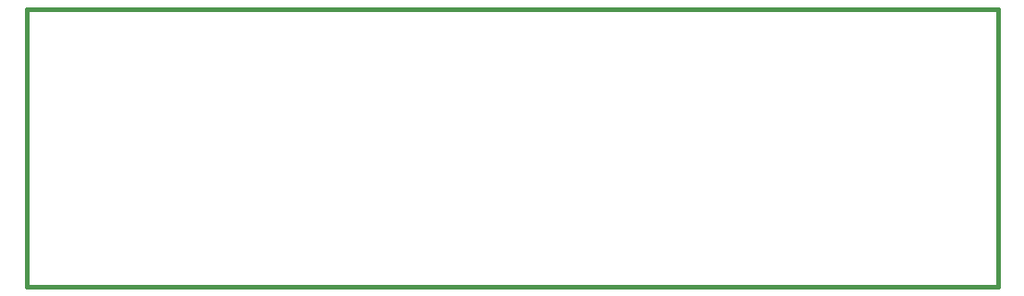
<source format=gko>
%FSLAX33Y33*%
%MOMM*%
%ADD10C,0.381*%
D10*
%LNpath-0*%
G01*
X88900Y25400D02*
X0Y25400D01*
X0Y0*
X88900Y0*
X88900Y25400*
%LNmechanical details_traces*%
M02*
</source>
